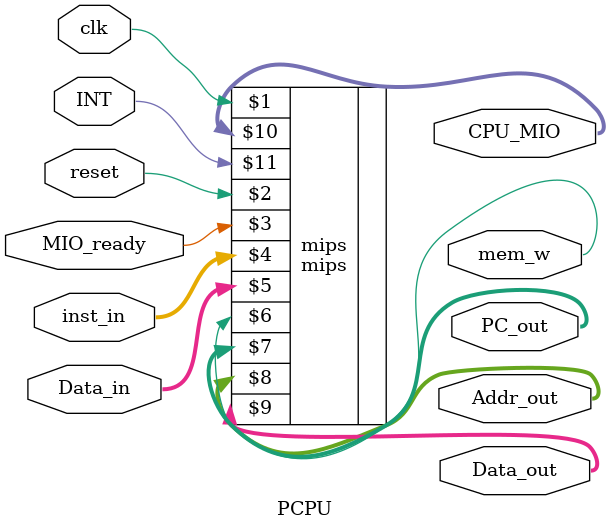
<source format=v>
`timescale 1ns / 1ps
module PCPU(input clk,// 			
				input reset, //
				input MIO_ready, //²»ÓÃ
				input [31:0]inst_in, //Ö¸ÁîµÄÊäÈë
				input [31:0]Data_in, //	ÄÚ´æÖÐ¶Áµ½µÄÊý¾Ýmem from dm				
				output mem_w, //ÄÚ´æÐ´Ê¹ÄÜ
				output[31:0]PC_out, //pcµÄÊä³ö
				output[31:0]Addr_out, //Ð´»Ø/¶ÁÈ¡ÄÚ´æµÄµØÖ· ALUout
				output[31:0]Data_out, //Ð´»ØÄÚ´æµÄÊý¾Ý rt_out
				output [31:0]CPU_MIO, //²»ÓÃ
				input INT//²»ÓÃ
    );
	 
	 mips mips(clk,reset,MIO_ready,inst_in,Data_in,mem_w,PC_out,Addr_out,Data_out,CPU_MIO,INT);

endmodule

</source>
